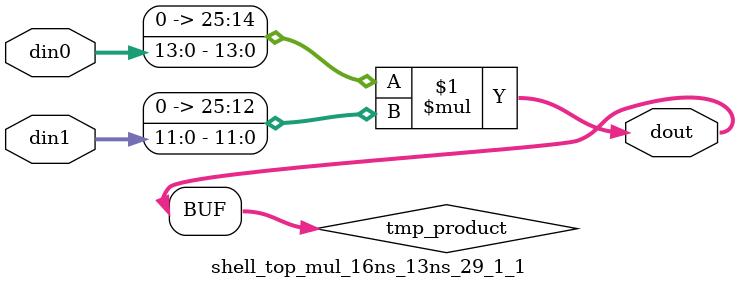
<source format=v>

`timescale 1 ns / 1 ps

  module shell_top_mul_16ns_13ns_29_1_1(din0, din1, dout);
parameter ID = 1;
parameter NUM_STAGE = 0;
parameter din0_WIDTH = 14;
parameter din1_WIDTH = 12;
parameter dout_WIDTH = 26;

input [din0_WIDTH - 1 : 0] din0; 
input [din1_WIDTH - 1 : 0] din1; 
output [dout_WIDTH - 1 : 0] dout;

wire signed [dout_WIDTH - 1 : 0] tmp_product;










assign tmp_product = $signed({1'b0, din0}) * $signed({1'b0, din1});











assign dout = tmp_product;







endmodule

</source>
